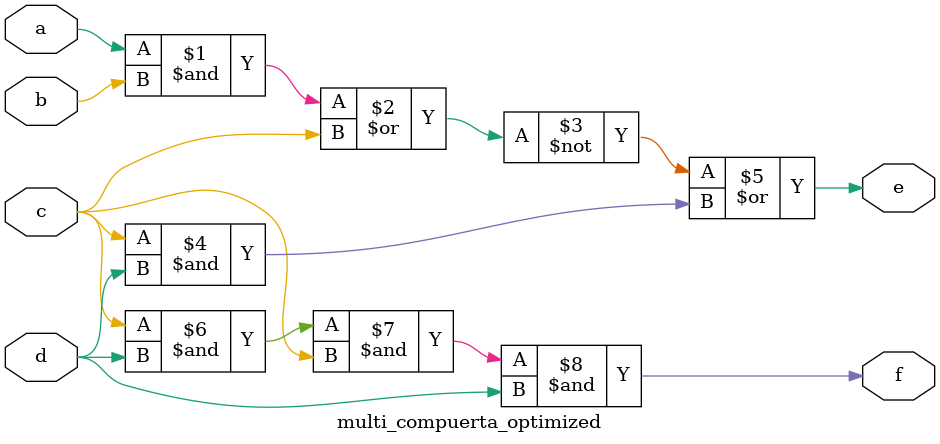
<source format=v>
`timescale 1ns / 1ps

module multi_compuerta_optimized
(
    input wire a, b, c, d,
    output wire e, f
);
    
    assign e = ~((a & b) | c) | (c & d);
    assign f = (c & d) & c & d;
    
endmodule

</source>
